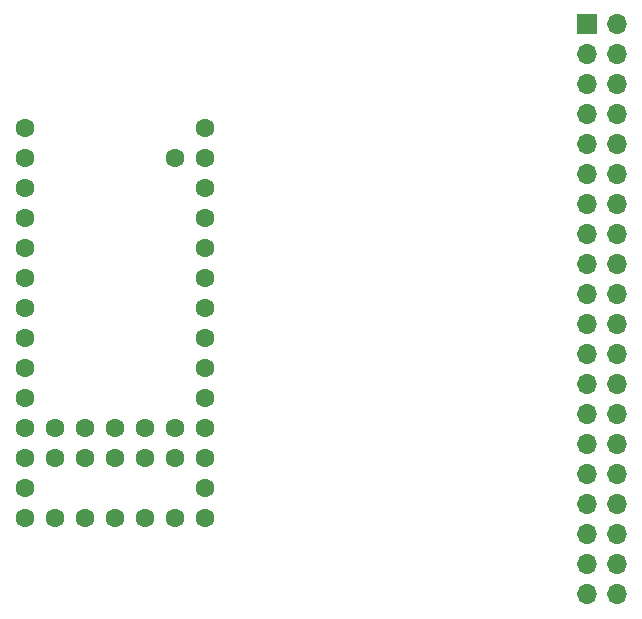
<source format=gbr>
G04 #@! TF.GenerationSoftware,KiCad,Pcbnew,(5.1.4)-1*
G04 #@! TF.CreationDate,2021-03-24T00:35:57-04:00*
G04 #@! TF.ProjectId,RedBull_TeensyBreakout,52656442-756c-46c5-9f54-65656e737942,rev?*
G04 #@! TF.SameCoordinates,Original*
G04 #@! TF.FileFunction,Copper,L1,Top*
G04 #@! TF.FilePolarity,Positive*
%FSLAX46Y46*%
G04 Gerber Fmt 4.6, Leading zero omitted, Abs format (unit mm)*
G04 Created by KiCad (PCBNEW (5.1.4)-1) date 2021-03-24 00:35:57*
%MOMM*%
%LPD*%
G04 APERTURE LIST*
%ADD10C,1.600000*%
%ADD11O,1.700000X1.700000*%
%ADD12R,1.700000X1.700000*%
G04 APERTURE END LIST*
D10*
X122961400Y-102758240D03*
X122961400Y-105298240D03*
X125501400Y-102758240D03*
X125501400Y-105298240D03*
X128041400Y-102758240D03*
X128041400Y-105298240D03*
X130581400Y-102758240D03*
X130581400Y-105298240D03*
X133121400Y-102758240D03*
X133121400Y-105298240D03*
X120421400Y-77358240D03*
X120421400Y-79898240D03*
X120421400Y-82438240D03*
X120421400Y-84978240D03*
X120421400Y-87518240D03*
X120421400Y-90058240D03*
X120421400Y-92598240D03*
X120421400Y-95138240D03*
X120421400Y-97678240D03*
X120421400Y-100218240D03*
X120421400Y-102758240D03*
X120421400Y-105298240D03*
X120421400Y-107838240D03*
X133121400Y-79898240D03*
X135661400Y-77358240D03*
X135661400Y-79898240D03*
X135661400Y-82438240D03*
X135661400Y-84978240D03*
X135661400Y-87518240D03*
X135661400Y-90058240D03*
X135661400Y-92598240D03*
X135661400Y-95138240D03*
X135661400Y-97678240D03*
X135661400Y-100218240D03*
X135661400Y-102758240D03*
X135661400Y-105298240D03*
X135661400Y-107838240D03*
X120421400Y-110378240D03*
X122961400Y-110378240D03*
X125501400Y-110378240D03*
X135661400Y-110378240D03*
X133121400Y-110378240D03*
X130581400Y-110378240D03*
X128041400Y-110378240D03*
D11*
X170545760Y-116799360D03*
X168005760Y-116799360D03*
X170545760Y-114259360D03*
X168005760Y-114259360D03*
X170545760Y-111719360D03*
X168005760Y-111719360D03*
X170545760Y-109179360D03*
X168005760Y-109179360D03*
X170545760Y-106639360D03*
X168005760Y-106639360D03*
X170545760Y-104099360D03*
X168005760Y-104099360D03*
X170545760Y-101559360D03*
X168005760Y-101559360D03*
X170545760Y-99019360D03*
X168005760Y-99019360D03*
X170545760Y-96479360D03*
X168005760Y-96479360D03*
X170545760Y-93939360D03*
X168005760Y-93939360D03*
X170545760Y-91399360D03*
X168005760Y-91399360D03*
X170545760Y-88859360D03*
X168005760Y-88859360D03*
X170545760Y-86319360D03*
X168005760Y-86319360D03*
X170545760Y-83779360D03*
X168005760Y-83779360D03*
X170545760Y-81239360D03*
X168005760Y-81239360D03*
X170545760Y-78699360D03*
X168005760Y-78699360D03*
X170545760Y-76159360D03*
X168005760Y-76159360D03*
X170545760Y-73619360D03*
X168005760Y-73619360D03*
X170545760Y-71079360D03*
X168005760Y-71079360D03*
X170545760Y-68539360D03*
D12*
X168005760Y-68539360D03*
M02*

</source>
